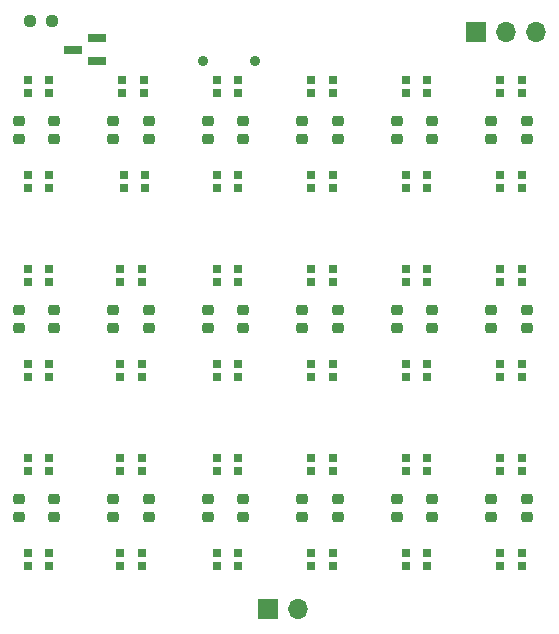
<source format=gbr>
%TF.GenerationSoftware,KiCad,Pcbnew,(7.0.0)*%
%TF.CreationDate,2023-03-11T18:24:33-08:00*%
%TF.ProjectId,pyBoard,7079426f-6172-4642-9e6b-696361645f70,rev?*%
%TF.SameCoordinates,Original*%
%TF.FileFunction,Soldermask,Top*%
%TF.FilePolarity,Negative*%
%FSLAX46Y46*%
G04 Gerber Fmt 4.6, Leading zero omitted, Abs format (unit mm)*
G04 Created by KiCad (PCBNEW (7.0.0)) date 2023-03-11 18:24:33*
%MOMM*%
%LPD*%
G01*
G04 APERTURE LIST*
G04 Aperture macros list*
%AMRoundRect*
0 Rectangle with rounded corners*
0 $1 Rounding radius*
0 $2 $3 $4 $5 $6 $7 $8 $9 X,Y pos of 4 corners*
0 Add a 4 corners polygon primitive as box body*
4,1,4,$2,$3,$4,$5,$6,$7,$8,$9,$2,$3,0*
0 Add four circle primitives for the rounded corners*
1,1,$1+$1,$2,$3*
1,1,$1+$1,$4,$5*
1,1,$1+$1,$6,$7*
1,1,$1+$1,$8,$9*
0 Add four rect primitives between the rounded corners*
20,1,$1+$1,$2,$3,$4,$5,0*
20,1,$1+$1,$4,$5,$6,$7,0*
20,1,$1+$1,$6,$7,$8,$9,0*
20,1,$1+$1,$8,$9,$2,$3,0*%
G04 Aperture macros list end*
%ADD10R,1.700000X1.700000*%
%ADD11O,1.700000X1.700000*%
%ADD12R,0.700000X0.700000*%
%ADD13RoundRect,0.225000X0.250000X-0.225000X0.250000X0.225000X-0.250000X0.225000X-0.250000X-0.225000X0*%
%ADD14RoundRect,0.225000X-0.250000X0.225000X-0.250000X-0.225000X0.250000X-0.225000X0.250000X0.225000X0*%
%ADD15RoundRect,0.070000X0.650000X0.300000X-0.650000X0.300000X-0.650000X-0.300000X0.650000X-0.300000X0*%
%ADD16RoundRect,0.237500X0.250000X0.237500X-0.250000X0.237500X-0.250000X-0.237500X0.250000X-0.237500X0*%
%ADD17C,0.900000*%
G04 APERTURE END LIST*
D10*
%TO.C,J2*%
X138809999Y-117249999D03*
D11*
X141349999Y-117249999D03*
%TD*%
D12*
%TO.C,D34*%
X134419999Y-112499999D03*
X134419999Y-113599999D03*
X136249999Y-113599999D03*
X136249999Y-112499999D03*
%TD*%
%TO.C,D27*%
X136249999Y-105599999D03*
X136249999Y-104499999D03*
X134419999Y-104499999D03*
X134419999Y-105599999D03*
%TD*%
%TO.C,D35*%
X126269999Y-112499999D03*
X126269999Y-113599999D03*
X128099999Y-113599999D03*
X128099999Y-112499999D03*
%TD*%
D13*
%TO.C,C39*%
X149685000Y-109500000D03*
X149685000Y-107950000D03*
%TD*%
D12*
%TO.C,D15*%
X136249999Y-89599999D03*
X136249999Y-88499999D03*
X134419999Y-88499999D03*
X134419999Y-89599999D03*
%TD*%
D14*
%TO.C,C32*%
X120685000Y-107950000D03*
X120685000Y-109500000D03*
%TD*%
D12*
%TO.C,D4*%
X144249999Y-73599999D03*
X144249999Y-72499999D03*
X142419999Y-72499999D03*
X142419999Y-73599999D03*
%TD*%
D14*
%TO.C,C26*%
X144685000Y-91950000D03*
X144685000Y-93500000D03*
%TD*%
D12*
%TO.C,D11*%
X126569999Y-80499999D03*
X126569999Y-81599999D03*
X128399999Y-81599999D03*
X128399999Y-80499999D03*
%TD*%
D13*
%TO.C,C13*%
X117685000Y-77500000D03*
X117685000Y-75950000D03*
%TD*%
D12*
%TO.C,D22*%
X134419999Y-96499999D03*
X134419999Y-97599999D03*
X136249999Y-97599999D03*
X136249999Y-96499999D03*
%TD*%
%TO.C,D7*%
X158419999Y-80499999D03*
X158419999Y-81599999D03*
X160249999Y-81599999D03*
X160249999Y-80499999D03*
%TD*%
%TO.C,D5*%
X152249999Y-73599999D03*
X152249999Y-72499999D03*
X150419999Y-72499999D03*
X150419999Y-73599999D03*
%TD*%
%TO.C,D31*%
X158419999Y-112499999D03*
X158419999Y-113599999D03*
X160249999Y-113599999D03*
X160249999Y-112499999D03*
%TD*%
D14*
%TO.C,C8*%
X128685000Y-77500000D03*
X128685000Y-75950000D03*
%TD*%
D15*
%TO.C,Q1*%
X124335000Y-70850000D03*
X124335000Y-68950000D03*
X122235000Y-69900000D03*
%TD*%
D13*
%TO.C,C15*%
X133685000Y-77500000D03*
X133685000Y-75950000D03*
%TD*%
D12*
%TO.C,D36*%
X118419999Y-112499999D03*
X118419999Y-113599999D03*
X120249999Y-113599999D03*
X120249999Y-112499999D03*
%TD*%
%TO.C,D21*%
X142419999Y-96499999D03*
X142419999Y-97599999D03*
X144249999Y-97599999D03*
X144249999Y-96499999D03*
%TD*%
%TO.C,D8*%
X150419999Y-80499999D03*
X150419999Y-81599999D03*
X152249999Y-81599999D03*
X152249999Y-80499999D03*
%TD*%
D13*
%TO.C,C23*%
X133685000Y-93500000D03*
X133685000Y-91950000D03*
%TD*%
%TO.C,C14*%
X125685000Y-77500000D03*
X125685000Y-75950000D03*
%TD*%
D12*
%TO.C,D30*%
X160249999Y-105599999D03*
X160249999Y-104499999D03*
X158419999Y-104499999D03*
X158419999Y-105599999D03*
%TD*%
%TO.C,D23*%
X126269999Y-96499999D03*
X126269999Y-97599999D03*
X128099999Y-97599999D03*
X128099999Y-96499999D03*
%TD*%
D13*
%TO.C,C27*%
X149685000Y-93500000D03*
X149685000Y-91950000D03*
%TD*%
D12*
%TO.C,D19*%
X158419999Y-96499999D03*
X158419999Y-97599999D03*
X160249999Y-97599999D03*
X160249999Y-96499999D03*
%TD*%
D14*
%TO.C,C30*%
X160685000Y-91950000D03*
X160685000Y-93500000D03*
%TD*%
D12*
%TO.C,D9*%
X142419999Y-80499999D03*
X142419999Y-81599999D03*
X144249999Y-81599999D03*
X144249999Y-80499999D03*
%TD*%
D10*
%TO.C,PWR2*%
X156384999Y-68399999D03*
D11*
X158924999Y-68399999D03*
X161464999Y-68399999D03*
%TD*%
D14*
%TO.C,C34*%
X128685000Y-107950000D03*
X128685000Y-109500000D03*
%TD*%
D12*
%TO.C,D28*%
X144249999Y-105599999D03*
X144249999Y-104499999D03*
X142419999Y-104499999D03*
X142419999Y-105599999D03*
%TD*%
D13*
%TO.C,C35*%
X133685000Y-109500000D03*
X133685000Y-107950000D03*
%TD*%
D12*
%TO.C,D17*%
X152249999Y-89599999D03*
X152249999Y-88499999D03*
X150419999Y-88499999D03*
X150419999Y-89599999D03*
%TD*%
D14*
%TO.C,C11*%
X152685000Y-75950000D03*
X152685000Y-77500000D03*
%TD*%
D12*
%TO.C,D2*%
X128249999Y-73599999D03*
X128249999Y-72499999D03*
X126419999Y-72499999D03*
X126419999Y-73599999D03*
%TD*%
D14*
%TO.C,C24*%
X136685000Y-91950000D03*
X136685000Y-93500000D03*
%TD*%
D12*
%TO.C,D12*%
X118419999Y-80499999D03*
X118419999Y-81599999D03*
X120249999Y-81599999D03*
X120249999Y-80499999D03*
%TD*%
D14*
%TO.C,C22*%
X128685000Y-91950000D03*
X128685000Y-93500000D03*
%TD*%
D13*
%TO.C,C16*%
X141685000Y-77500000D03*
X141685000Y-75950000D03*
%TD*%
%TO.C,C37*%
X141685000Y-109500000D03*
X141685000Y-107950000D03*
%TD*%
%TO.C,C21*%
X125685000Y-93500000D03*
X125685000Y-91950000D03*
%TD*%
D12*
%TO.C,D6*%
X160249999Y-73599999D03*
X160249999Y-72499999D03*
X158419999Y-72499999D03*
X158419999Y-73599999D03*
%TD*%
%TO.C,D24*%
X118419999Y-96499999D03*
X118419999Y-97599999D03*
X120249999Y-97599999D03*
X120249999Y-96499999D03*
%TD*%
D13*
%TO.C,C17*%
X149685000Y-77500000D03*
X149685000Y-75950000D03*
%TD*%
D12*
%TO.C,D14*%
X128099999Y-89599999D03*
X128099999Y-88499999D03*
X126269999Y-88499999D03*
X126269999Y-89599999D03*
%TD*%
D14*
%TO.C,C38*%
X144685000Y-107950000D03*
X144685000Y-109500000D03*
%TD*%
%TO.C,C40*%
X152685000Y-107950000D03*
X152685000Y-109500000D03*
%TD*%
D12*
%TO.C,D33*%
X142419999Y-112499999D03*
X142419999Y-113599999D03*
X144249999Y-113599999D03*
X144249999Y-112499999D03*
%TD*%
D14*
%TO.C,C7*%
X120685000Y-75950000D03*
X120685000Y-77500000D03*
%TD*%
D13*
%TO.C,C31*%
X117685000Y-109500000D03*
X117685000Y-107950000D03*
%TD*%
D14*
%TO.C,C42*%
X160685000Y-107950000D03*
X160685000Y-109500000D03*
%TD*%
D13*
%TO.C,C18*%
X157685000Y-77500000D03*
X157685000Y-75950000D03*
%TD*%
%TO.C,C25*%
X141685000Y-93500000D03*
X141685000Y-91950000D03*
%TD*%
D14*
%TO.C,C20*%
X120685000Y-91950000D03*
X120685000Y-93500000D03*
%TD*%
%TO.C,C9*%
X136685000Y-75950000D03*
X136685000Y-77500000D03*
%TD*%
%TO.C,C36*%
X136685000Y-107950000D03*
X136685000Y-109500000D03*
%TD*%
D13*
%TO.C,C41*%
X157685000Y-109500000D03*
X157685000Y-107950000D03*
%TD*%
D12*
%TO.C,D10*%
X134419999Y-80499999D03*
X134419999Y-81599999D03*
X136249999Y-81599999D03*
X136249999Y-80499999D03*
%TD*%
%TO.C,D13*%
X120249999Y-89599999D03*
X120249999Y-88499999D03*
X118419999Y-88499999D03*
X118419999Y-89599999D03*
%TD*%
%TO.C,D20*%
X150419999Y-96499999D03*
X150419999Y-97599999D03*
X152249999Y-97599999D03*
X152249999Y-96499999D03*
%TD*%
%TO.C,D3*%
X136249999Y-73599999D03*
X136249999Y-72499999D03*
X134419999Y-72499999D03*
X134419999Y-73599999D03*
%TD*%
D14*
%TO.C,C28*%
X152685000Y-91950000D03*
X152685000Y-93500000D03*
%TD*%
D12*
%TO.C,D1*%
X120249999Y-73599999D03*
X120249999Y-72499999D03*
X118419999Y-72499999D03*
X118419999Y-73599999D03*
%TD*%
D13*
%TO.C,C19*%
X117685000Y-93500000D03*
X117685000Y-91950000D03*
%TD*%
%TO.C,C29*%
X157685000Y-93500000D03*
X157685000Y-91950000D03*
%TD*%
D14*
%TO.C,C10*%
X144685000Y-75950000D03*
X144685000Y-77500000D03*
%TD*%
D12*
%TO.C,D25*%
X120249999Y-105599999D03*
X120249999Y-104499999D03*
X118419999Y-104499999D03*
X118419999Y-105599999D03*
%TD*%
%TO.C,D18*%
X160249999Y-89599999D03*
X160249999Y-88499999D03*
X158419999Y-88499999D03*
X158419999Y-89599999D03*
%TD*%
%TO.C,D29*%
X152249999Y-105599999D03*
X152249999Y-104499999D03*
X150419999Y-104499999D03*
X150419999Y-105599999D03*
%TD*%
D14*
%TO.C,C12*%
X160685000Y-75950000D03*
X160685000Y-77500000D03*
%TD*%
D12*
%TO.C,D32*%
X150419999Y-112499999D03*
X150419999Y-113599999D03*
X152249999Y-113599999D03*
X152249999Y-112499999D03*
%TD*%
D13*
%TO.C,C33*%
X125685000Y-109500000D03*
X125685000Y-107950000D03*
%TD*%
D16*
%TO.C,R6*%
X120462500Y-67450000D03*
X118637500Y-67450000D03*
%TD*%
D12*
%TO.C,D16*%
X144249999Y-89599999D03*
X144249999Y-88499999D03*
X142419999Y-88499999D03*
X142419999Y-89599999D03*
%TD*%
%TO.C,D26*%
X128099999Y-105599999D03*
X128099999Y-104499999D03*
X126269999Y-104499999D03*
X126269999Y-105599999D03*
%TD*%
D17*
%TO.C,J1*%
X137685000Y-70900000D03*
X133285000Y-70900000D03*
%TD*%
M02*

</source>
